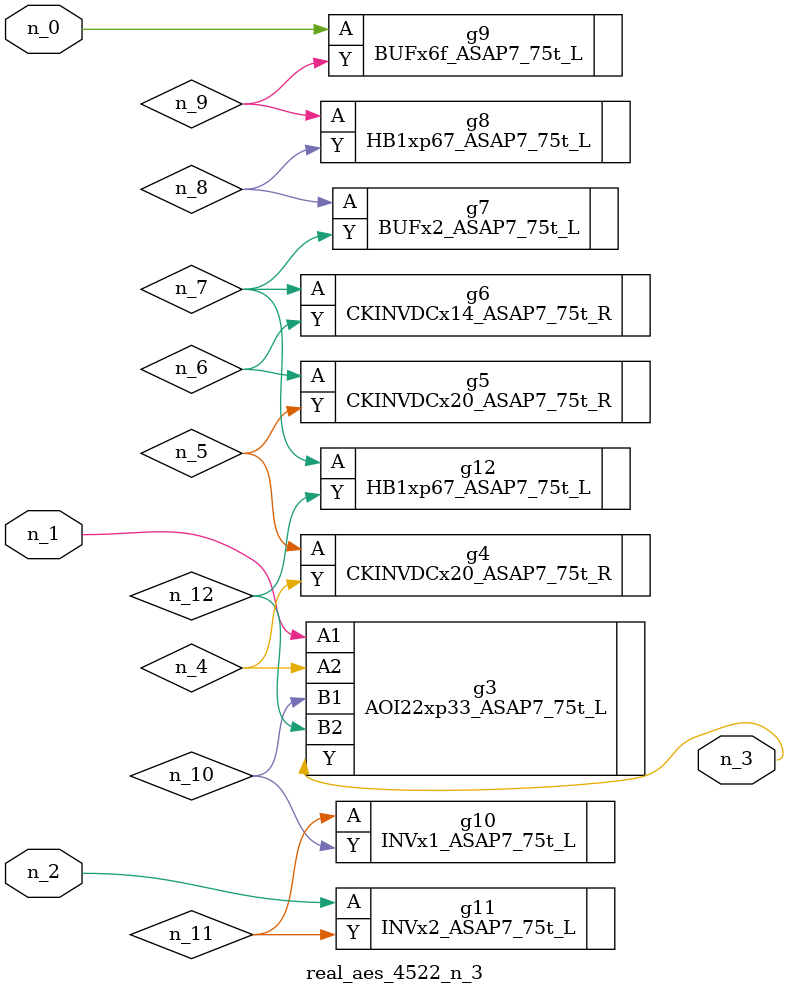
<source format=v>
module real_aes_4522_n_3 (n_0, n_2, n_1, n_3);
input n_0;
input n_2;
input n_1;
output n_3;
wire n_4;
wire n_5;
wire n_7;
wire n_8;
wire n_12;
wire n_6;
wire n_9;
wire n_10;
wire n_11;
BUFx6f_ASAP7_75t_L g9 ( .A(n_0), .Y(n_9) );
AOI22xp33_ASAP7_75t_L g3 ( .A1(n_1), .A2(n_4), .B1(n_10), .B2(n_12), .Y(n_3) );
INVx2_ASAP7_75t_L g11 ( .A(n_2), .Y(n_11) );
CKINVDCx20_ASAP7_75t_R g4 ( .A(n_5), .Y(n_4) );
CKINVDCx20_ASAP7_75t_R g5 ( .A(n_6), .Y(n_5) );
CKINVDCx14_ASAP7_75t_R g6 ( .A(n_7), .Y(n_6) );
HB1xp67_ASAP7_75t_L g12 ( .A(n_7), .Y(n_12) );
BUFx2_ASAP7_75t_L g7 ( .A(n_8), .Y(n_7) );
HB1xp67_ASAP7_75t_L g8 ( .A(n_9), .Y(n_8) );
INVx1_ASAP7_75t_L g10 ( .A(n_11), .Y(n_10) );
endmodule
</source>
